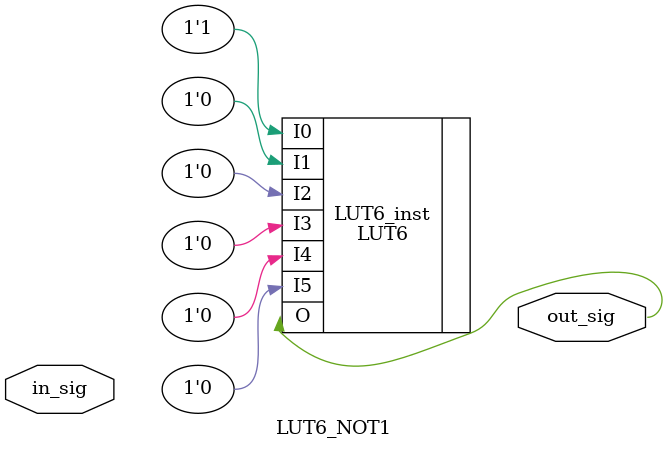
<source format=v>
module LUT6_NOT1(
    input in_sig,
    output out_sig
    );
// LUT6: 6-input Look-Up Table with general output
// 7 Series
// Xilinx HDL Language Template, version 2018.3
(* LOCK_PINS="I0:A6, I1:A2, I2:A1, I3:A3, I4:A4, I5:A5" *) // Arash: this is important to make the inverters consistent
LUT6 #(
 .INIT(64'h5555555555555555) // Arash: This should make an inverter
) LUT6_inst (
 .O(out_sig), // LUT general output
 .I0(1'b1), // LUT input
 .I1(1'b0), // LUT input
 .I2(1'b0), // LUT input
 .I3(1'b0), // LUT input
 .I4(1'b0), // LUT input
 .I5(1'b0) // LUT input
);
// End of LUT6_inst instantiation
endmodule
</source>
